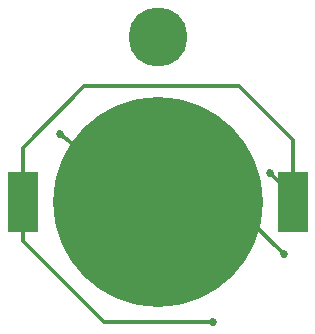
<source format=gbl>
G04 #@! TF.FileFunction,Copper,L2,Bot,Signal*
%FSLAX46Y46*%
G04 Gerber Fmt 4.6, Leading zero omitted, Abs format (unit mm)*
G04 Created by KiCad (PCBNEW 4.0.7) date 08/30/18 22:11:47*
%MOMM*%
%LPD*%
G01*
G04 APERTURE LIST*
%ADD10C,0.100000*%
%ADD11C,5.000000*%
%ADD12C,17.780000*%
%ADD13R,2.540000X5.080000*%
%ADD14C,0.685800*%
%ADD15C,0.304800*%
G04 APERTURE END LIST*
D10*
D11*
X207645000Y-79375000D03*
D12*
X207645000Y-93345000D03*
D13*
X219075000Y-93345000D03*
X196215000Y-93345000D03*
D14*
X199390000Y-87630000D03*
X218313000Y-97790000D03*
X212344000Y-103505000D03*
X217170000Y-90932000D03*
D15*
X199390000Y-87630000D02*
X206629000Y-93345000D01*
X206629000Y-93345000D02*
X207645000Y-93345000D01*
X218313000Y-97790000D02*
X213868000Y-93345000D01*
X213868000Y-93345000D02*
X207645000Y-93345000D01*
X202184000Y-102616000D02*
X203073000Y-103505000D01*
X202184000Y-102616000D02*
X196215000Y-96647000D01*
X196215000Y-93345000D02*
X196215000Y-96647000D01*
X203073000Y-103505000D02*
X212344000Y-103505000D01*
X217170000Y-90932000D02*
X219075000Y-92837000D01*
X219075000Y-92837000D02*
X219075000Y-93345000D01*
X219075000Y-93345000D02*
X219075000Y-88138000D01*
X219075000Y-88138000D02*
X214503000Y-83566000D01*
X214503000Y-83566000D02*
X201422000Y-83566000D01*
X201422000Y-83566000D02*
X196215000Y-88773000D01*
X196215000Y-88773000D02*
X196215000Y-93345000D01*
M02*

</source>
